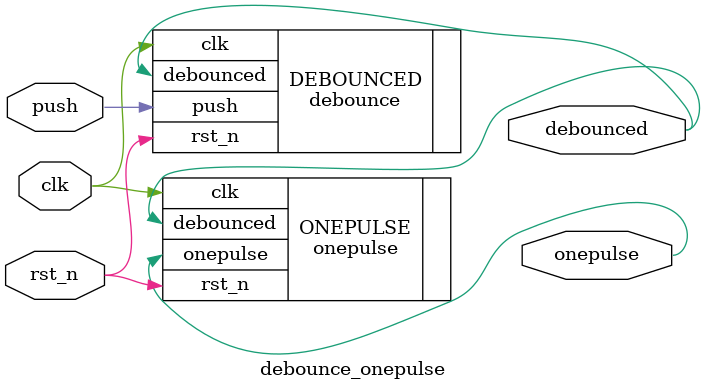
<source format=v>
module debounce_onepulse(
  output onepulse,
  output debounced,
  input  push,
  input  clk,
  input  rst_n
);

  debounce DEBOUNCED(
    .debounced(debounced),
    .push     (push),
    .clk      (clk),
    .rst_n    (rst_n)
  );

  onepulse ONEPULSE(
    .onepulse (onepulse),
    .debounced(debounced),
    .clk      (clk),
    .rst_n    (rst_n)
  );

endmodule

</source>
